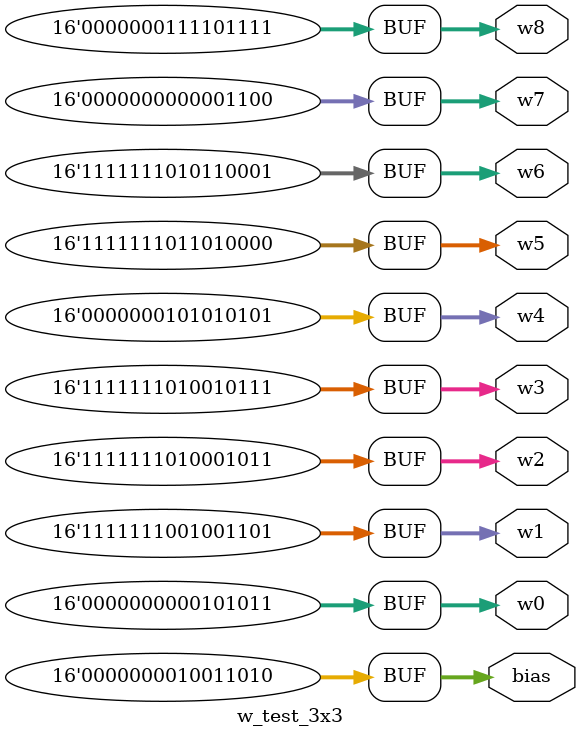
<source format=v>
module w_test_3x3 #(
    parameter DATA_WIDTH = 16
)(
    output wire signed [DATA_WIDTH-1:0] w0,
    output wire signed [DATA_WIDTH-1:0] w1,
    output wire signed [DATA_WIDTH-1:0] w2,
    output wire signed [DATA_WIDTH-1:0] w3,
    output wire signed [DATA_WIDTH-1:0] w4,
    output wire signed [DATA_WIDTH-1:0] w5,
    output wire signed [DATA_WIDTH-1:0] w6,
    output wire signed [DATA_WIDTH-1:0] w7,
    output wire signed [DATA_WIDTH-1:0] w8,
    output wire signed [DATA_WIDTH-1:0] bias
);

    assign w0  = 16'h002b; // 0.0419
    assign w1  = 16'hfe4d; // -0.4247
    assign w2  = 16'hfe8b; // -0.3645
    assign w3  = 16'hfe97; // -0.3523
    assign w4  = 16'h0155; // 0.3332
    assign w5  = 16'hfed0; // -0.2972
    assign w6  = 16'hfeb1; // -0.3271
    assign w7  = 16'h000c; // 0.0115
    assign w8  = 16'h01ef; // 0.4831
    assign bias = 16'h009a; // 0.1500

endmodule

</source>
